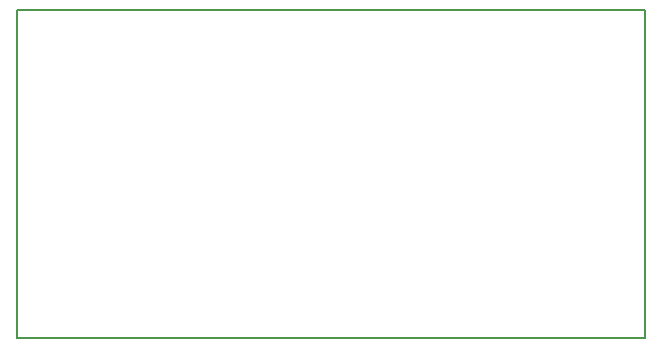
<source format=gbo>
G04 MADE WITH FRITZING*
G04 WWW.FRITZING.ORG*
G04 DOUBLE SIDED*
G04 HOLES PLATED*
G04 CONTOUR ON CENTER OF CONTOUR VECTOR*
%ASAXBY*%
%FSLAX23Y23*%
%MOIN*%
%OFA0B0*%
%SFA1.0B1.0*%
%ADD10R,2.101240X1.101260X2.085240X1.085260*%
%ADD11C,0.008000*%
%LNSILK0*%
G90*
G70*
G54D11*
X4Y1097D02*
X2097Y1097D01*
X2097Y4D01*
X4Y4D01*
X4Y1097D01*
D02*
G04 End of Silk0*
M02*
</source>
